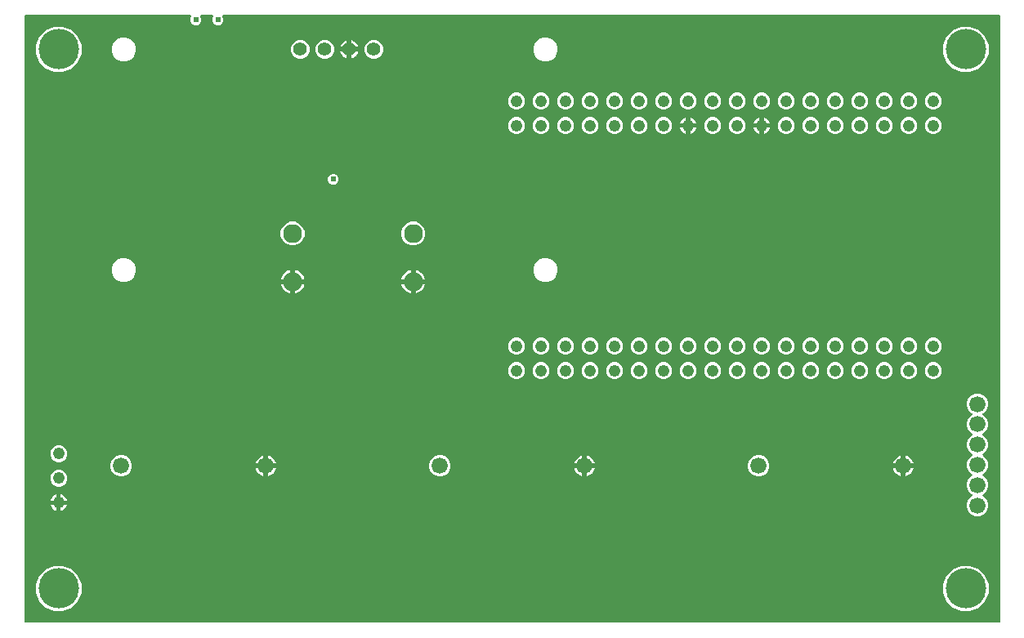
<source format=gbr>
G04 EAGLE Gerber RS-274X export*
G75*
%MOMM*%
%FSLAX34Y34*%
%LPD*%
%INCopper Layer 2*%
%IPPOS*%
%AMOC8*
5,1,8,0,0,1.08239X$1,22.5*%
G01*
%ADD10C,1.244600*%
%ADD11C,1.960000*%
%ADD12C,1.422400*%
%ADD13C,1.680000*%
%ADD14C,4.191000*%
%ADD15C,0.609600*%

G36*
X1012109Y2556D02*
X1012109Y2556D01*
X1012227Y2563D01*
X1012266Y2575D01*
X1012306Y2581D01*
X1012417Y2624D01*
X1012530Y2661D01*
X1012564Y2683D01*
X1012602Y2698D01*
X1012698Y2767D01*
X1012799Y2831D01*
X1012826Y2861D01*
X1012859Y2884D01*
X1012935Y2976D01*
X1013017Y3063D01*
X1013036Y3098D01*
X1013062Y3129D01*
X1013113Y3237D01*
X1013170Y3341D01*
X1013180Y3381D01*
X1013198Y3417D01*
X1013220Y3534D01*
X1013250Y3649D01*
X1013253Y3709D01*
X1013257Y3729D01*
X1013256Y3750D01*
X1013260Y3810D01*
X1013359Y631190D01*
X1013344Y631308D01*
X1013336Y631427D01*
X1013324Y631465D01*
X1013319Y631505D01*
X1013275Y631616D01*
X1013238Y631729D01*
X1013217Y631764D01*
X1013202Y631801D01*
X1013132Y631897D01*
X1013068Y631998D01*
X1013039Y632026D01*
X1013015Y632058D01*
X1012923Y632135D01*
X1012837Y632216D01*
X1012801Y632236D01*
X1012770Y632261D01*
X1012662Y632312D01*
X1012558Y632370D01*
X1012519Y632380D01*
X1012482Y632397D01*
X1012365Y632419D01*
X1012250Y632449D01*
X1012190Y632453D01*
X1012170Y632457D01*
X1012150Y632455D01*
X1012089Y632459D01*
X209045Y632459D01*
X208995Y632453D01*
X208946Y632455D01*
X208838Y632433D01*
X208729Y632419D01*
X208683Y632401D01*
X208634Y632391D01*
X208536Y632343D01*
X208434Y632302D01*
X208394Y632273D01*
X208349Y632251D01*
X208265Y632180D01*
X208176Y632116D01*
X208145Y632077D01*
X208107Y632045D01*
X208044Y631955D01*
X207973Y631871D01*
X207952Y631826D01*
X207924Y631785D01*
X207885Y631682D01*
X207838Y631583D01*
X207829Y631534D01*
X207811Y631488D01*
X207799Y631378D01*
X207778Y631271D01*
X207781Y631221D01*
X207776Y631172D01*
X207791Y631063D01*
X207798Y630953D01*
X207813Y630906D01*
X207820Y630857D01*
X207872Y630704D01*
X208789Y628492D01*
X208789Y626268D01*
X207938Y624214D01*
X206366Y622642D01*
X204312Y621791D01*
X202088Y621791D01*
X200034Y622642D01*
X198462Y624214D01*
X197611Y626268D01*
X197611Y628492D01*
X198528Y630704D01*
X198541Y630752D01*
X198562Y630797D01*
X198583Y630905D01*
X198612Y631011D01*
X198612Y631061D01*
X198622Y631110D01*
X198615Y631219D01*
X198617Y631329D01*
X198605Y631377D01*
X198602Y631427D01*
X198568Y631531D01*
X198543Y631638D01*
X198519Y631682D01*
X198504Y631729D01*
X198445Y631822D01*
X198394Y631919D01*
X198361Y631956D01*
X198334Y631998D01*
X198254Y632073D01*
X198180Y632155D01*
X198138Y632182D01*
X198102Y632216D01*
X198006Y632269D01*
X197914Y632329D01*
X197867Y632346D01*
X197824Y632370D01*
X197717Y632397D01*
X197613Y632433D01*
X197564Y632437D01*
X197516Y632449D01*
X197355Y632459D01*
X186185Y632459D01*
X186135Y632453D01*
X186086Y632455D01*
X185978Y632433D01*
X185869Y632419D01*
X185823Y632401D01*
X185774Y632391D01*
X185676Y632343D01*
X185574Y632302D01*
X185534Y632273D01*
X185489Y632251D01*
X185405Y632180D01*
X185316Y632116D01*
X185285Y632077D01*
X185247Y632045D01*
X185184Y631955D01*
X185113Y631871D01*
X185092Y631826D01*
X185064Y631785D01*
X185025Y631682D01*
X184978Y631583D01*
X184969Y631534D01*
X184951Y631488D01*
X184939Y631378D01*
X184918Y631271D01*
X184921Y631221D01*
X184916Y631172D01*
X184931Y631063D01*
X184938Y630953D01*
X184953Y630906D01*
X184960Y630857D01*
X185012Y630704D01*
X185929Y628492D01*
X185929Y626268D01*
X185078Y624214D01*
X183506Y622642D01*
X181452Y621791D01*
X179228Y621791D01*
X177174Y622642D01*
X175602Y624214D01*
X174751Y626268D01*
X174751Y628492D01*
X175668Y630704D01*
X175681Y630752D01*
X175702Y630797D01*
X175723Y630905D01*
X175752Y631011D01*
X175752Y631061D01*
X175762Y631110D01*
X175755Y631219D01*
X175757Y631329D01*
X175745Y631377D01*
X175742Y631427D01*
X175708Y631531D01*
X175683Y631638D01*
X175659Y631682D01*
X175644Y631729D01*
X175585Y631822D01*
X175534Y631919D01*
X175501Y631956D01*
X175474Y631998D01*
X175394Y632073D01*
X175320Y632155D01*
X175278Y632182D01*
X175242Y632216D01*
X175146Y632269D01*
X175054Y632329D01*
X175007Y632346D01*
X174964Y632370D01*
X174857Y632397D01*
X174753Y632433D01*
X174704Y632437D01*
X174656Y632449D01*
X174495Y632459D01*
X3909Y632459D01*
X3791Y632444D01*
X3673Y632437D01*
X3634Y632425D01*
X3594Y632419D01*
X3483Y632376D01*
X3370Y632339D01*
X3336Y632317D01*
X3298Y632302D01*
X3202Y632233D01*
X3101Y632169D01*
X3074Y632139D01*
X3041Y632116D01*
X2965Y632024D01*
X2883Y631937D01*
X2864Y631902D01*
X2838Y631871D01*
X2787Y631763D01*
X2730Y631659D01*
X2720Y631619D01*
X2702Y631583D01*
X2680Y631466D01*
X2650Y631351D01*
X2647Y631291D01*
X2643Y631271D01*
X2644Y631250D01*
X2640Y631190D01*
X2541Y3810D01*
X2556Y3692D01*
X2564Y3573D01*
X2576Y3535D01*
X2581Y3495D01*
X2625Y3384D01*
X2662Y3271D01*
X2683Y3236D01*
X2698Y3199D01*
X2768Y3103D01*
X2832Y3002D01*
X2861Y2974D01*
X2885Y2942D01*
X2977Y2865D01*
X3063Y2784D01*
X3099Y2764D01*
X3130Y2739D01*
X3238Y2688D01*
X3342Y2630D01*
X3381Y2620D01*
X3418Y2603D01*
X3535Y2581D01*
X3650Y2551D01*
X3710Y2547D01*
X3730Y2543D01*
X3750Y2545D01*
X3811Y2541D01*
X1011991Y2541D01*
X1012109Y2556D01*
G37*
%LPC*%
G36*
X987724Y113359D02*
X987724Y113359D01*
X983703Y115025D01*
X980625Y118103D01*
X978959Y122124D01*
X978959Y126476D01*
X980625Y130497D01*
X983703Y133575D01*
X983829Y133627D01*
X983949Y133696D01*
X984072Y133761D01*
X984087Y133775D01*
X984105Y133785D01*
X984205Y133882D01*
X984308Y133975D01*
X984319Y133992D01*
X984333Y134006D01*
X984406Y134125D01*
X984482Y134241D01*
X984489Y134260D01*
X984500Y134277D01*
X984540Y134410D01*
X984586Y134542D01*
X984587Y134562D01*
X984593Y134581D01*
X984600Y134720D01*
X984611Y134859D01*
X984607Y134879D01*
X984608Y134899D01*
X984580Y135035D01*
X984556Y135172D01*
X984548Y135191D01*
X984544Y135210D01*
X984483Y135335D01*
X984426Y135462D01*
X984413Y135478D01*
X984404Y135496D01*
X984314Y135602D01*
X984227Y135711D01*
X984211Y135723D01*
X984198Y135738D01*
X984084Y135818D01*
X983973Y135902D01*
X983948Y135914D01*
X983938Y135921D01*
X983919Y135928D01*
X983829Y135973D01*
X983703Y136025D01*
X980625Y139103D01*
X978959Y143124D01*
X978959Y147476D01*
X980625Y151497D01*
X983703Y154575D01*
X983829Y154627D01*
X983949Y154696D01*
X984072Y154761D01*
X984087Y154775D01*
X984105Y154785D01*
X984205Y154882D01*
X984308Y154975D01*
X984319Y154992D01*
X984333Y155006D01*
X984406Y155125D01*
X984482Y155241D01*
X984489Y155260D01*
X984500Y155277D01*
X984540Y155410D01*
X984586Y155542D01*
X984587Y155562D01*
X984593Y155581D01*
X984600Y155720D01*
X984611Y155859D01*
X984607Y155879D01*
X984608Y155899D01*
X984580Y156035D01*
X984556Y156172D01*
X984548Y156191D01*
X984544Y156210D01*
X984483Y156335D01*
X984426Y156462D01*
X984413Y156478D01*
X984404Y156496D01*
X984314Y156602D01*
X984227Y156711D01*
X984211Y156723D01*
X984198Y156738D01*
X984084Y156818D01*
X983973Y156902D01*
X983948Y156914D01*
X983938Y156921D01*
X983919Y156928D01*
X983829Y156973D01*
X983703Y157025D01*
X980625Y160103D01*
X978959Y164124D01*
X978959Y168476D01*
X980625Y172497D01*
X983703Y175575D01*
X983829Y175627D01*
X983949Y175696D01*
X984072Y175761D01*
X984087Y175775D01*
X984105Y175785D01*
X984205Y175882D01*
X984308Y175975D01*
X984319Y175992D01*
X984333Y176006D01*
X984406Y176125D01*
X984482Y176241D01*
X984489Y176260D01*
X984500Y176277D01*
X984540Y176410D01*
X984586Y176542D01*
X984587Y176562D01*
X984593Y176581D01*
X984600Y176720D01*
X984611Y176859D01*
X984607Y176879D01*
X984608Y176899D01*
X984580Y177035D01*
X984556Y177172D01*
X984548Y177191D01*
X984544Y177210D01*
X984483Y177335D01*
X984426Y177462D01*
X984413Y177478D01*
X984404Y177496D01*
X984314Y177602D01*
X984227Y177711D01*
X984211Y177723D01*
X984198Y177738D01*
X984084Y177818D01*
X983973Y177902D01*
X983948Y177914D01*
X983938Y177921D01*
X983919Y177928D01*
X983829Y177973D01*
X983703Y178025D01*
X980625Y181103D01*
X978959Y185124D01*
X978959Y189476D01*
X980625Y193497D01*
X983703Y196575D01*
X983829Y196627D01*
X983949Y196696D01*
X984072Y196761D01*
X984087Y196775D01*
X984105Y196785D01*
X984205Y196882D01*
X984308Y196975D01*
X984319Y196992D01*
X984333Y197006D01*
X984406Y197125D01*
X984482Y197241D01*
X984489Y197260D01*
X984500Y197277D01*
X984540Y197410D01*
X984586Y197542D01*
X984587Y197562D01*
X984593Y197581D01*
X984600Y197720D01*
X984611Y197859D01*
X984607Y197879D01*
X984608Y197899D01*
X984580Y198035D01*
X984556Y198172D01*
X984548Y198191D01*
X984544Y198210D01*
X984483Y198335D01*
X984426Y198462D01*
X984413Y198478D01*
X984404Y198496D01*
X984314Y198602D01*
X984227Y198711D01*
X984211Y198723D01*
X984198Y198738D01*
X984084Y198818D01*
X983973Y198902D01*
X983948Y198914D01*
X983938Y198921D01*
X983919Y198928D01*
X983829Y198973D01*
X983703Y199025D01*
X980625Y202103D01*
X978959Y206124D01*
X978959Y210476D01*
X980625Y214497D01*
X983703Y217575D01*
X983829Y217627D01*
X983949Y217696D01*
X984072Y217761D01*
X984087Y217775D01*
X984105Y217785D01*
X984205Y217882D01*
X984308Y217975D01*
X984319Y217992D01*
X984333Y218006D01*
X984406Y218125D01*
X984482Y218241D01*
X984489Y218260D01*
X984500Y218277D01*
X984540Y218410D01*
X984586Y218542D01*
X984587Y218562D01*
X984593Y218581D01*
X984600Y218720D01*
X984611Y218859D01*
X984607Y218879D01*
X984608Y218899D01*
X984580Y219035D01*
X984556Y219172D01*
X984548Y219191D01*
X984544Y219210D01*
X984483Y219335D01*
X984426Y219462D01*
X984413Y219478D01*
X984404Y219496D01*
X984314Y219602D01*
X984227Y219711D01*
X984211Y219723D01*
X984198Y219738D01*
X984084Y219818D01*
X983973Y219902D01*
X983948Y219914D01*
X983938Y219921D01*
X983919Y219928D01*
X983829Y219973D01*
X983703Y220025D01*
X980625Y223103D01*
X978959Y227124D01*
X978959Y231476D01*
X980625Y235497D01*
X983703Y238575D01*
X987724Y240241D01*
X992076Y240241D01*
X996097Y238575D01*
X999175Y235497D01*
X1000841Y231476D01*
X1000841Y227124D01*
X999175Y223103D01*
X996097Y220025D01*
X995971Y219973D01*
X995851Y219904D01*
X995728Y219839D01*
X995713Y219825D01*
X995695Y219815D01*
X995595Y219718D01*
X995492Y219625D01*
X995481Y219608D01*
X995467Y219594D01*
X995394Y219475D01*
X995318Y219359D01*
X995311Y219340D01*
X995300Y219323D01*
X995259Y219190D01*
X995214Y219058D01*
X995213Y219038D01*
X995207Y219019D01*
X995200Y218880D01*
X995189Y218741D01*
X995193Y218721D01*
X995192Y218701D01*
X995220Y218565D01*
X995244Y218428D01*
X995252Y218409D01*
X995256Y218390D01*
X995317Y218265D01*
X995374Y218138D01*
X995387Y218122D01*
X995396Y218104D01*
X995486Y217998D01*
X995573Y217890D01*
X995589Y217877D01*
X995602Y217862D01*
X995716Y217782D01*
X995827Y217698D01*
X995852Y217686D01*
X995862Y217679D01*
X995881Y217672D01*
X995971Y217627D01*
X996097Y217575D01*
X999175Y214497D01*
X1000841Y210476D01*
X1000841Y206124D01*
X999175Y202103D01*
X996097Y199025D01*
X995971Y198973D01*
X995851Y198904D01*
X995728Y198839D01*
X995713Y198825D01*
X995695Y198815D01*
X995595Y198718D01*
X995492Y198625D01*
X995481Y198608D01*
X995467Y198594D01*
X995394Y198475D01*
X995318Y198359D01*
X995311Y198340D01*
X995300Y198323D01*
X995259Y198190D01*
X995214Y198058D01*
X995213Y198038D01*
X995207Y198019D01*
X995200Y197880D01*
X995189Y197741D01*
X995193Y197721D01*
X995192Y197701D01*
X995220Y197565D01*
X995244Y197428D01*
X995252Y197409D01*
X995256Y197390D01*
X995317Y197265D01*
X995374Y197138D01*
X995387Y197122D01*
X995396Y197104D01*
X995486Y196998D01*
X995573Y196890D01*
X995589Y196877D01*
X995602Y196862D01*
X995716Y196782D01*
X995827Y196698D01*
X995852Y196686D01*
X995862Y196679D01*
X995881Y196672D01*
X995971Y196627D01*
X996097Y196575D01*
X999175Y193497D01*
X1000841Y189476D01*
X1000841Y185124D01*
X999175Y181103D01*
X996097Y178025D01*
X995971Y177973D01*
X995851Y177904D01*
X995728Y177839D01*
X995713Y177825D01*
X995695Y177815D01*
X995595Y177718D01*
X995492Y177625D01*
X995481Y177608D01*
X995467Y177594D01*
X995394Y177475D01*
X995318Y177359D01*
X995311Y177340D01*
X995300Y177323D01*
X995259Y177190D01*
X995214Y177058D01*
X995213Y177038D01*
X995207Y177019D01*
X995200Y176880D01*
X995189Y176741D01*
X995193Y176721D01*
X995192Y176701D01*
X995220Y176565D01*
X995244Y176428D01*
X995252Y176409D01*
X995256Y176390D01*
X995317Y176264D01*
X995374Y176138D01*
X995387Y176122D01*
X995396Y176104D01*
X995486Y175998D01*
X995573Y175890D01*
X995589Y175877D01*
X995602Y175862D01*
X995716Y175782D01*
X995827Y175698D01*
X995852Y175686D01*
X995862Y175679D01*
X995881Y175672D01*
X995971Y175627D01*
X996097Y175575D01*
X999175Y172497D01*
X1000841Y168476D01*
X1000841Y164124D01*
X999175Y160103D01*
X996097Y157025D01*
X995971Y156973D01*
X995851Y156904D01*
X995728Y156839D01*
X995713Y156825D01*
X995695Y156815D01*
X995595Y156718D01*
X995492Y156625D01*
X995481Y156608D01*
X995467Y156594D01*
X995394Y156475D01*
X995318Y156359D01*
X995311Y156340D01*
X995300Y156323D01*
X995259Y156190D01*
X995214Y156058D01*
X995213Y156038D01*
X995207Y156019D01*
X995200Y155880D01*
X995189Y155741D01*
X995193Y155721D01*
X995192Y155701D01*
X995220Y155565D01*
X995244Y155428D01*
X995252Y155409D01*
X995256Y155390D01*
X995317Y155265D01*
X995374Y155138D01*
X995387Y155122D01*
X995396Y155104D01*
X995486Y154998D01*
X995573Y154890D01*
X995589Y154877D01*
X995602Y154862D01*
X995716Y154782D01*
X995827Y154698D01*
X995852Y154686D01*
X995862Y154679D01*
X995881Y154672D01*
X995971Y154627D01*
X996097Y154575D01*
X999175Y151497D01*
X1000841Y147476D01*
X1000841Y143124D01*
X999175Y139103D01*
X996097Y136025D01*
X995971Y135973D01*
X995851Y135904D01*
X995728Y135839D01*
X995713Y135825D01*
X995695Y135815D01*
X995595Y135718D01*
X995492Y135625D01*
X995481Y135608D01*
X995467Y135594D01*
X995394Y135475D01*
X995318Y135359D01*
X995311Y135340D01*
X995300Y135323D01*
X995259Y135190D01*
X995214Y135058D01*
X995213Y135038D01*
X995207Y135019D01*
X995200Y134880D01*
X995189Y134741D01*
X995193Y134721D01*
X995192Y134701D01*
X995220Y134565D01*
X995244Y134428D01*
X995252Y134409D01*
X995256Y134390D01*
X995317Y134265D01*
X995374Y134138D01*
X995387Y134122D01*
X995396Y134104D01*
X995486Y133998D01*
X995573Y133890D01*
X995589Y133877D01*
X995602Y133862D01*
X995716Y133782D01*
X995827Y133698D01*
X995852Y133686D01*
X995862Y133679D01*
X995881Y133672D01*
X995971Y133627D01*
X996097Y133575D01*
X999175Y130497D01*
X1000841Y126476D01*
X1000841Y122124D01*
X999175Y118103D01*
X996097Y115025D01*
X992076Y113359D01*
X987724Y113359D01*
G37*
%LPD*%
%LPC*%
G36*
X973226Y573404D02*
X973226Y573404D01*
X964591Y576981D01*
X957981Y583591D01*
X954404Y592226D01*
X954404Y601574D01*
X957981Y610209D01*
X964591Y616819D01*
X973226Y620396D01*
X982574Y620396D01*
X991209Y616819D01*
X997819Y610209D01*
X1001396Y601574D01*
X1001396Y592226D01*
X997819Y583591D01*
X991209Y576981D01*
X982574Y573404D01*
X973226Y573404D01*
G37*
%LPD*%
%LPC*%
G36*
X33426Y573404D02*
X33426Y573404D01*
X24791Y576981D01*
X18181Y583591D01*
X14604Y592226D01*
X14604Y601574D01*
X18181Y610209D01*
X24791Y616819D01*
X33426Y620396D01*
X42774Y620396D01*
X51409Y616819D01*
X58019Y610209D01*
X61596Y601574D01*
X61596Y592226D01*
X58019Y583591D01*
X51409Y576981D01*
X42774Y573404D01*
X33426Y573404D01*
G37*
%LPD*%
%LPC*%
G36*
X973226Y14604D02*
X973226Y14604D01*
X964591Y18181D01*
X957981Y24791D01*
X954404Y33426D01*
X954404Y42774D01*
X957981Y51409D01*
X964591Y58019D01*
X973226Y61596D01*
X982574Y61596D01*
X991209Y58019D01*
X997819Y51409D01*
X1001396Y42774D01*
X1001396Y33426D01*
X997819Y24791D01*
X991209Y18181D01*
X982574Y14604D01*
X973226Y14604D01*
G37*
%LPD*%
%LPC*%
G36*
X33426Y14604D02*
X33426Y14604D01*
X24791Y18181D01*
X18181Y24791D01*
X14604Y33426D01*
X14604Y42774D01*
X18181Y51409D01*
X24791Y58019D01*
X33426Y61596D01*
X42774Y61596D01*
X51409Y58019D01*
X58019Y51409D01*
X61596Y42774D01*
X61596Y33426D01*
X58019Y24791D01*
X51409Y18181D01*
X42774Y14604D01*
X33426Y14604D01*
G37*
%LPD*%
%LPC*%
G36*
X539795Y584359D02*
X539795Y584359D01*
X535186Y586268D01*
X531658Y589796D01*
X529749Y594405D01*
X529749Y599395D01*
X531658Y604004D01*
X535186Y607532D01*
X539795Y609441D01*
X544785Y609441D01*
X549394Y607532D01*
X552922Y604004D01*
X554831Y599395D01*
X554831Y594405D01*
X552922Y589796D01*
X549394Y586268D01*
X544785Y584359D01*
X539795Y584359D01*
G37*
%LPD*%
%LPC*%
G36*
X102915Y584359D02*
X102915Y584359D01*
X98306Y586268D01*
X94778Y589796D01*
X92869Y594405D01*
X92869Y599395D01*
X94778Y604004D01*
X98306Y607532D01*
X102915Y609441D01*
X107905Y609441D01*
X112514Y607532D01*
X116042Y604004D01*
X117951Y599395D01*
X117951Y594405D01*
X116042Y589796D01*
X112514Y586268D01*
X107905Y584359D01*
X102915Y584359D01*
G37*
%LPD*%
%LPC*%
G36*
X539795Y355759D02*
X539795Y355759D01*
X535186Y357668D01*
X531658Y361196D01*
X529749Y365805D01*
X529749Y370795D01*
X531658Y375404D01*
X535186Y378932D01*
X539795Y380841D01*
X544785Y380841D01*
X549394Y378932D01*
X552922Y375404D01*
X554831Y370795D01*
X554831Y365805D01*
X552922Y361196D01*
X549394Y357668D01*
X544785Y355759D01*
X539795Y355759D01*
G37*
%LPD*%
%LPC*%
G36*
X102915Y355759D02*
X102915Y355759D01*
X98306Y357668D01*
X94778Y361196D01*
X92869Y365805D01*
X92869Y370795D01*
X94778Y375404D01*
X98306Y378932D01*
X102915Y380841D01*
X107905Y380841D01*
X112514Y378932D01*
X116042Y375404D01*
X117951Y370795D01*
X117951Y365805D01*
X116042Y361196D01*
X112514Y357668D01*
X107905Y355759D01*
X102915Y355759D01*
G37*
%LPD*%
%LPC*%
G36*
X402945Y393659D02*
X402945Y393659D01*
X398410Y395538D01*
X394938Y399010D01*
X393059Y403545D01*
X393059Y408455D01*
X394938Y412990D01*
X398410Y416462D01*
X402945Y418341D01*
X407855Y418341D01*
X412390Y416462D01*
X415862Y412990D01*
X417741Y408455D01*
X417741Y403545D01*
X415862Y399010D01*
X412390Y395538D01*
X407855Y393659D01*
X402945Y393659D01*
G37*
%LPD*%
%LPC*%
G36*
X277945Y393659D02*
X277945Y393659D01*
X273410Y395538D01*
X269938Y399010D01*
X268059Y403545D01*
X268059Y408455D01*
X269938Y412990D01*
X273410Y416462D01*
X277945Y418341D01*
X282855Y418341D01*
X287390Y416462D01*
X290862Y412990D01*
X292741Y408455D01*
X292741Y403545D01*
X290862Y399010D01*
X287390Y395538D01*
X282855Y393659D01*
X277945Y393659D01*
G37*
%LPD*%
%LPC*%
G36*
X100624Y154159D02*
X100624Y154159D01*
X96603Y155825D01*
X93525Y158903D01*
X91859Y162924D01*
X91859Y167276D01*
X93525Y171297D01*
X96603Y174375D01*
X100624Y176041D01*
X104976Y176041D01*
X108997Y174375D01*
X112075Y171297D01*
X113741Y167276D01*
X113741Y162924D01*
X112075Y158903D01*
X108997Y155825D01*
X104976Y154159D01*
X100624Y154159D01*
G37*
%LPD*%
%LPC*%
G36*
X430824Y154159D02*
X430824Y154159D01*
X426803Y155825D01*
X423725Y158903D01*
X422059Y162924D01*
X422059Y167276D01*
X423725Y171297D01*
X426803Y174375D01*
X430824Y176041D01*
X435176Y176041D01*
X439197Y174375D01*
X442275Y171297D01*
X443941Y167276D01*
X443941Y162924D01*
X442275Y158903D01*
X439197Y155825D01*
X435176Y154159D01*
X430824Y154159D01*
G37*
%LPD*%
%LPC*%
G36*
X761024Y154159D02*
X761024Y154159D01*
X757003Y155825D01*
X753925Y158903D01*
X752259Y162924D01*
X752259Y167276D01*
X753925Y171297D01*
X757003Y174375D01*
X761024Y176041D01*
X765376Y176041D01*
X769397Y174375D01*
X772475Y171297D01*
X774141Y167276D01*
X774141Y162924D01*
X772475Y158903D01*
X769397Y155825D01*
X765376Y154159D01*
X761024Y154159D01*
G37*
%LPD*%
%LPC*%
G36*
X362570Y587247D02*
X362570Y587247D01*
X359022Y588717D01*
X356307Y591432D01*
X354837Y594980D01*
X354837Y598820D01*
X356307Y602368D01*
X359022Y605083D01*
X362570Y606553D01*
X366410Y606553D01*
X369958Y605083D01*
X372673Y602368D01*
X374143Y598820D01*
X374143Y594980D01*
X372673Y591432D01*
X369958Y588717D01*
X366410Y587247D01*
X362570Y587247D01*
G37*
%LPD*%
%LPC*%
G36*
X311770Y587247D02*
X311770Y587247D01*
X308222Y588717D01*
X305507Y591432D01*
X304037Y594980D01*
X304037Y598820D01*
X305507Y602368D01*
X308222Y605083D01*
X311770Y606553D01*
X315610Y606553D01*
X319158Y605083D01*
X321873Y602368D01*
X323343Y598820D01*
X323343Y594980D01*
X321873Y591432D01*
X319158Y588717D01*
X315610Y587247D01*
X311770Y587247D01*
G37*
%LPD*%
%LPC*%
G36*
X286370Y587247D02*
X286370Y587247D01*
X282822Y588717D01*
X280107Y591432D01*
X278637Y594980D01*
X278637Y598820D01*
X280107Y602368D01*
X282822Y605083D01*
X286370Y606553D01*
X290210Y606553D01*
X293758Y605083D01*
X296473Y602368D01*
X297943Y598820D01*
X297943Y594980D01*
X296473Y591432D01*
X293758Y588717D01*
X290210Y587247D01*
X286370Y587247D01*
G37*
%LPD*%
%LPC*%
G36*
X840857Y255136D02*
X840857Y255136D01*
X837636Y256470D01*
X835170Y258936D01*
X833836Y262157D01*
X833836Y265643D01*
X835170Y268864D01*
X837636Y271330D01*
X840857Y272664D01*
X844343Y272664D01*
X847564Y271330D01*
X850030Y268864D01*
X851364Y265643D01*
X851364Y262157D01*
X850030Y258936D01*
X847564Y256470D01*
X844343Y255136D01*
X840857Y255136D01*
G37*
%LPD*%
%LPC*%
G36*
X815457Y255136D02*
X815457Y255136D01*
X812236Y256470D01*
X809770Y258936D01*
X808436Y262157D01*
X808436Y265643D01*
X809770Y268864D01*
X812236Y271330D01*
X815457Y272664D01*
X818943Y272664D01*
X822164Y271330D01*
X824630Y268864D01*
X825964Y265643D01*
X825964Y262157D01*
X824630Y258936D01*
X822164Y256470D01*
X818943Y255136D01*
X815457Y255136D01*
G37*
%LPD*%
%LPC*%
G36*
X790057Y255136D02*
X790057Y255136D01*
X786836Y256470D01*
X784370Y258936D01*
X783036Y262157D01*
X783036Y265643D01*
X784370Y268864D01*
X786836Y271330D01*
X790057Y272664D01*
X793543Y272664D01*
X796764Y271330D01*
X799230Y268864D01*
X800564Y265643D01*
X800564Y262157D01*
X799230Y258936D01*
X796764Y256470D01*
X793543Y255136D01*
X790057Y255136D01*
G37*
%LPD*%
%LPC*%
G36*
X764657Y255136D02*
X764657Y255136D01*
X761436Y256470D01*
X758970Y258936D01*
X757636Y262157D01*
X757636Y265643D01*
X758970Y268864D01*
X761436Y271330D01*
X764657Y272664D01*
X768143Y272664D01*
X771364Y271330D01*
X773830Y268864D01*
X775164Y265643D01*
X775164Y262157D01*
X773830Y258936D01*
X771364Y256470D01*
X768143Y255136D01*
X764657Y255136D01*
G37*
%LPD*%
%LPC*%
G36*
X739257Y255136D02*
X739257Y255136D01*
X736036Y256470D01*
X733570Y258936D01*
X732236Y262157D01*
X732236Y265643D01*
X733570Y268864D01*
X736036Y271330D01*
X739257Y272664D01*
X742743Y272664D01*
X745964Y271330D01*
X748430Y268864D01*
X749764Y265643D01*
X749764Y262157D01*
X748430Y258936D01*
X745964Y256470D01*
X742743Y255136D01*
X739257Y255136D01*
G37*
%LPD*%
%LPC*%
G36*
X536057Y534536D02*
X536057Y534536D01*
X532836Y535870D01*
X530370Y538336D01*
X529036Y541557D01*
X529036Y545043D01*
X530370Y548264D01*
X532836Y550730D01*
X536057Y552064D01*
X539543Y552064D01*
X542764Y550730D01*
X545230Y548264D01*
X546564Y545043D01*
X546564Y541557D01*
X545230Y538336D01*
X542764Y535870D01*
X539543Y534536D01*
X536057Y534536D01*
G37*
%LPD*%
%LPC*%
G36*
X510657Y534536D02*
X510657Y534536D01*
X507436Y535870D01*
X504970Y538336D01*
X503636Y541557D01*
X503636Y545043D01*
X504970Y548264D01*
X507436Y550730D01*
X510657Y552064D01*
X514143Y552064D01*
X517364Y550730D01*
X519830Y548264D01*
X521164Y545043D01*
X521164Y541557D01*
X519830Y538336D01*
X517364Y535870D01*
X514143Y534536D01*
X510657Y534536D01*
G37*
%LPD*%
%LPC*%
G36*
X942457Y534536D02*
X942457Y534536D01*
X939236Y535870D01*
X936770Y538336D01*
X935436Y541557D01*
X935436Y545043D01*
X936770Y548264D01*
X939236Y550730D01*
X942457Y552064D01*
X945943Y552064D01*
X949164Y550730D01*
X951630Y548264D01*
X952964Y545043D01*
X952964Y541557D01*
X951630Y538336D01*
X949164Y535870D01*
X945943Y534536D01*
X942457Y534536D01*
G37*
%LPD*%
%LPC*%
G36*
X917057Y534536D02*
X917057Y534536D01*
X913836Y535870D01*
X911370Y538336D01*
X910036Y541557D01*
X910036Y545043D01*
X911370Y548264D01*
X913836Y550730D01*
X917057Y552064D01*
X920543Y552064D01*
X923764Y550730D01*
X926230Y548264D01*
X927564Y545043D01*
X927564Y541557D01*
X926230Y538336D01*
X923764Y535870D01*
X920543Y534536D01*
X917057Y534536D01*
G37*
%LPD*%
%LPC*%
G36*
X891657Y534536D02*
X891657Y534536D01*
X888436Y535870D01*
X885970Y538336D01*
X884636Y541557D01*
X884636Y545043D01*
X885970Y548264D01*
X888436Y550730D01*
X891657Y552064D01*
X895143Y552064D01*
X898364Y550730D01*
X900830Y548264D01*
X902164Y545043D01*
X902164Y541557D01*
X900830Y538336D01*
X898364Y535870D01*
X895143Y534536D01*
X891657Y534536D01*
G37*
%LPD*%
%LPC*%
G36*
X866257Y534536D02*
X866257Y534536D01*
X863036Y535870D01*
X860570Y538336D01*
X859236Y541557D01*
X859236Y545043D01*
X860570Y548264D01*
X863036Y550730D01*
X866257Y552064D01*
X869743Y552064D01*
X872964Y550730D01*
X875430Y548264D01*
X876764Y545043D01*
X876764Y541557D01*
X875430Y538336D01*
X872964Y535870D01*
X869743Y534536D01*
X866257Y534536D01*
G37*
%LPD*%
%LPC*%
G36*
X840857Y534536D02*
X840857Y534536D01*
X837636Y535870D01*
X835170Y538336D01*
X833836Y541557D01*
X833836Y545043D01*
X835170Y548264D01*
X837636Y550730D01*
X840857Y552064D01*
X844343Y552064D01*
X847564Y550730D01*
X850030Y548264D01*
X851364Y545043D01*
X851364Y541557D01*
X850030Y538336D01*
X847564Y535870D01*
X844343Y534536D01*
X840857Y534536D01*
G37*
%LPD*%
%LPC*%
G36*
X815457Y534536D02*
X815457Y534536D01*
X812236Y535870D01*
X809770Y538336D01*
X808436Y541557D01*
X808436Y545043D01*
X809770Y548264D01*
X812236Y550730D01*
X815457Y552064D01*
X818943Y552064D01*
X822164Y550730D01*
X824630Y548264D01*
X825964Y545043D01*
X825964Y541557D01*
X824630Y538336D01*
X822164Y535870D01*
X818943Y534536D01*
X815457Y534536D01*
G37*
%LPD*%
%LPC*%
G36*
X790057Y534536D02*
X790057Y534536D01*
X786836Y535870D01*
X784370Y538336D01*
X783036Y541557D01*
X783036Y545043D01*
X784370Y548264D01*
X786836Y550730D01*
X790057Y552064D01*
X793543Y552064D01*
X796764Y550730D01*
X799230Y548264D01*
X800564Y545043D01*
X800564Y541557D01*
X799230Y538336D01*
X796764Y535870D01*
X793543Y534536D01*
X790057Y534536D01*
G37*
%LPD*%
%LPC*%
G36*
X764657Y534536D02*
X764657Y534536D01*
X761436Y535870D01*
X758970Y538336D01*
X757636Y541557D01*
X757636Y545043D01*
X758970Y548264D01*
X761436Y550730D01*
X764657Y552064D01*
X768143Y552064D01*
X771364Y550730D01*
X773830Y548264D01*
X775164Y545043D01*
X775164Y541557D01*
X773830Y538336D01*
X771364Y535870D01*
X768143Y534536D01*
X764657Y534536D01*
G37*
%LPD*%
%LPC*%
G36*
X739257Y534536D02*
X739257Y534536D01*
X736036Y535870D01*
X733570Y538336D01*
X732236Y541557D01*
X732236Y545043D01*
X733570Y548264D01*
X736036Y550730D01*
X739257Y552064D01*
X742743Y552064D01*
X745964Y550730D01*
X748430Y548264D01*
X749764Y545043D01*
X749764Y541557D01*
X748430Y538336D01*
X745964Y535870D01*
X742743Y534536D01*
X739257Y534536D01*
G37*
%LPD*%
%LPC*%
G36*
X713857Y534536D02*
X713857Y534536D01*
X710636Y535870D01*
X708170Y538336D01*
X706836Y541557D01*
X706836Y545043D01*
X708170Y548264D01*
X710636Y550730D01*
X713857Y552064D01*
X717343Y552064D01*
X720564Y550730D01*
X723030Y548264D01*
X724364Y545043D01*
X724364Y541557D01*
X723030Y538336D01*
X720564Y535870D01*
X717343Y534536D01*
X713857Y534536D01*
G37*
%LPD*%
%LPC*%
G36*
X688457Y534536D02*
X688457Y534536D01*
X685236Y535870D01*
X682770Y538336D01*
X681436Y541557D01*
X681436Y545043D01*
X682770Y548264D01*
X685236Y550730D01*
X688457Y552064D01*
X691943Y552064D01*
X695164Y550730D01*
X697630Y548264D01*
X698964Y545043D01*
X698964Y541557D01*
X697630Y538336D01*
X695164Y535870D01*
X691943Y534536D01*
X688457Y534536D01*
G37*
%LPD*%
%LPC*%
G36*
X663057Y534536D02*
X663057Y534536D01*
X659836Y535870D01*
X657370Y538336D01*
X656036Y541557D01*
X656036Y545043D01*
X657370Y548264D01*
X659836Y550730D01*
X663057Y552064D01*
X666543Y552064D01*
X669764Y550730D01*
X672230Y548264D01*
X673564Y545043D01*
X673564Y541557D01*
X672230Y538336D01*
X669764Y535870D01*
X666543Y534536D01*
X663057Y534536D01*
G37*
%LPD*%
%LPC*%
G36*
X637657Y534536D02*
X637657Y534536D01*
X634436Y535870D01*
X631970Y538336D01*
X630636Y541557D01*
X630636Y545043D01*
X631970Y548264D01*
X634436Y550730D01*
X637657Y552064D01*
X641143Y552064D01*
X644364Y550730D01*
X646830Y548264D01*
X648164Y545043D01*
X648164Y541557D01*
X646830Y538336D01*
X644364Y535870D01*
X641143Y534536D01*
X637657Y534536D01*
G37*
%LPD*%
%LPC*%
G36*
X612257Y534536D02*
X612257Y534536D01*
X609036Y535870D01*
X606570Y538336D01*
X605236Y541557D01*
X605236Y545043D01*
X606570Y548264D01*
X609036Y550730D01*
X612257Y552064D01*
X615743Y552064D01*
X618964Y550730D01*
X621430Y548264D01*
X622764Y545043D01*
X622764Y541557D01*
X621430Y538336D01*
X618964Y535870D01*
X615743Y534536D01*
X612257Y534536D01*
G37*
%LPD*%
%LPC*%
G36*
X586857Y534536D02*
X586857Y534536D01*
X583636Y535870D01*
X581170Y538336D01*
X579836Y541557D01*
X579836Y545043D01*
X581170Y548264D01*
X583636Y550730D01*
X586857Y552064D01*
X590343Y552064D01*
X593564Y550730D01*
X596030Y548264D01*
X597364Y545043D01*
X597364Y541557D01*
X596030Y538336D01*
X593564Y535870D01*
X590343Y534536D01*
X586857Y534536D01*
G37*
%LPD*%
%LPC*%
G36*
X561457Y534536D02*
X561457Y534536D01*
X558236Y535870D01*
X555770Y538336D01*
X554436Y541557D01*
X554436Y545043D01*
X555770Y548264D01*
X558236Y550730D01*
X561457Y552064D01*
X564943Y552064D01*
X568164Y550730D01*
X570630Y548264D01*
X571964Y545043D01*
X571964Y541557D01*
X570630Y538336D01*
X568164Y535870D01*
X564943Y534536D01*
X561457Y534536D01*
G37*
%LPD*%
%LPC*%
G36*
X942457Y509136D02*
X942457Y509136D01*
X939236Y510470D01*
X936770Y512936D01*
X935436Y516157D01*
X935436Y519643D01*
X936770Y522864D01*
X939236Y525330D01*
X942457Y526664D01*
X945943Y526664D01*
X949164Y525330D01*
X951630Y522864D01*
X952964Y519643D01*
X952964Y516157D01*
X951630Y512936D01*
X949164Y510470D01*
X945943Y509136D01*
X942457Y509136D01*
G37*
%LPD*%
%LPC*%
G36*
X917057Y509136D02*
X917057Y509136D01*
X913836Y510470D01*
X911370Y512936D01*
X910036Y516157D01*
X910036Y519643D01*
X911370Y522864D01*
X913836Y525330D01*
X917057Y526664D01*
X920543Y526664D01*
X923764Y525330D01*
X926230Y522864D01*
X927564Y519643D01*
X927564Y516157D01*
X926230Y512936D01*
X923764Y510470D01*
X920543Y509136D01*
X917057Y509136D01*
G37*
%LPD*%
%LPC*%
G36*
X891657Y509136D02*
X891657Y509136D01*
X888436Y510470D01*
X885970Y512936D01*
X884636Y516157D01*
X884636Y519643D01*
X885970Y522864D01*
X888436Y525330D01*
X891657Y526664D01*
X895143Y526664D01*
X898364Y525330D01*
X900830Y522864D01*
X902164Y519643D01*
X902164Y516157D01*
X900830Y512936D01*
X898364Y510470D01*
X895143Y509136D01*
X891657Y509136D01*
G37*
%LPD*%
%LPC*%
G36*
X866257Y509136D02*
X866257Y509136D01*
X863036Y510470D01*
X860570Y512936D01*
X859236Y516157D01*
X859236Y519643D01*
X860570Y522864D01*
X863036Y525330D01*
X866257Y526664D01*
X869743Y526664D01*
X872964Y525330D01*
X875430Y522864D01*
X876764Y519643D01*
X876764Y516157D01*
X875430Y512936D01*
X872964Y510470D01*
X869743Y509136D01*
X866257Y509136D01*
G37*
%LPD*%
%LPC*%
G36*
X840857Y509136D02*
X840857Y509136D01*
X837636Y510470D01*
X835170Y512936D01*
X833836Y516157D01*
X833836Y519643D01*
X835170Y522864D01*
X837636Y525330D01*
X840857Y526664D01*
X844343Y526664D01*
X847564Y525330D01*
X850030Y522864D01*
X851364Y519643D01*
X851364Y516157D01*
X850030Y512936D01*
X847564Y510470D01*
X844343Y509136D01*
X840857Y509136D01*
G37*
%LPD*%
%LPC*%
G36*
X815457Y509136D02*
X815457Y509136D01*
X812236Y510470D01*
X809770Y512936D01*
X808436Y516157D01*
X808436Y519643D01*
X809770Y522864D01*
X812236Y525330D01*
X815457Y526664D01*
X818943Y526664D01*
X822164Y525330D01*
X824630Y522864D01*
X825964Y519643D01*
X825964Y516157D01*
X824630Y512936D01*
X822164Y510470D01*
X818943Y509136D01*
X815457Y509136D01*
G37*
%LPD*%
%LPC*%
G36*
X790057Y509136D02*
X790057Y509136D01*
X786836Y510470D01*
X784370Y512936D01*
X783036Y516157D01*
X783036Y519643D01*
X784370Y522864D01*
X786836Y525330D01*
X790057Y526664D01*
X793543Y526664D01*
X796764Y525330D01*
X799230Y522864D01*
X800564Y519643D01*
X800564Y516157D01*
X799230Y512936D01*
X796764Y510470D01*
X793543Y509136D01*
X790057Y509136D01*
G37*
%LPD*%
%LPC*%
G36*
X739257Y509136D02*
X739257Y509136D01*
X736036Y510470D01*
X733570Y512936D01*
X732236Y516157D01*
X732236Y519643D01*
X733570Y522864D01*
X736036Y525330D01*
X739257Y526664D01*
X742743Y526664D01*
X745964Y525330D01*
X748430Y522864D01*
X749764Y519643D01*
X749764Y516157D01*
X748430Y512936D01*
X745964Y510470D01*
X742743Y509136D01*
X739257Y509136D01*
G37*
%LPD*%
%LPC*%
G36*
X713857Y509136D02*
X713857Y509136D01*
X710636Y510470D01*
X708170Y512936D01*
X706836Y516157D01*
X706836Y519643D01*
X708170Y522864D01*
X710636Y525330D01*
X713857Y526664D01*
X717343Y526664D01*
X720564Y525330D01*
X723030Y522864D01*
X724364Y519643D01*
X724364Y516157D01*
X723030Y512936D01*
X720564Y510470D01*
X717343Y509136D01*
X713857Y509136D01*
G37*
%LPD*%
%LPC*%
G36*
X663057Y509136D02*
X663057Y509136D01*
X659836Y510470D01*
X657370Y512936D01*
X656036Y516157D01*
X656036Y519643D01*
X657370Y522864D01*
X659836Y525330D01*
X663057Y526664D01*
X666543Y526664D01*
X669764Y525330D01*
X672230Y522864D01*
X673564Y519643D01*
X673564Y516157D01*
X672230Y512936D01*
X669764Y510470D01*
X666543Y509136D01*
X663057Y509136D01*
G37*
%LPD*%
%LPC*%
G36*
X637657Y509136D02*
X637657Y509136D01*
X634436Y510470D01*
X631970Y512936D01*
X630636Y516157D01*
X630636Y519643D01*
X631970Y522864D01*
X634436Y525330D01*
X637657Y526664D01*
X641143Y526664D01*
X644364Y525330D01*
X646830Y522864D01*
X648164Y519643D01*
X648164Y516157D01*
X646830Y512936D01*
X644364Y510470D01*
X641143Y509136D01*
X637657Y509136D01*
G37*
%LPD*%
%LPC*%
G36*
X612257Y509136D02*
X612257Y509136D01*
X609036Y510470D01*
X606570Y512936D01*
X605236Y516157D01*
X605236Y519643D01*
X606570Y522864D01*
X609036Y525330D01*
X612257Y526664D01*
X615743Y526664D01*
X618964Y525330D01*
X621430Y522864D01*
X622764Y519643D01*
X622764Y516157D01*
X621430Y512936D01*
X618964Y510470D01*
X615743Y509136D01*
X612257Y509136D01*
G37*
%LPD*%
%LPC*%
G36*
X586857Y509136D02*
X586857Y509136D01*
X583636Y510470D01*
X581170Y512936D01*
X579836Y516157D01*
X579836Y519643D01*
X581170Y522864D01*
X583636Y525330D01*
X586857Y526664D01*
X590343Y526664D01*
X593564Y525330D01*
X596030Y522864D01*
X597364Y519643D01*
X597364Y516157D01*
X596030Y512936D01*
X593564Y510470D01*
X590343Y509136D01*
X586857Y509136D01*
G37*
%LPD*%
%LPC*%
G36*
X561457Y509136D02*
X561457Y509136D01*
X558236Y510470D01*
X555770Y512936D01*
X554436Y516157D01*
X554436Y519643D01*
X555770Y522864D01*
X558236Y525330D01*
X561457Y526664D01*
X564943Y526664D01*
X568164Y525330D01*
X570630Y522864D01*
X571964Y519643D01*
X571964Y516157D01*
X570630Y512936D01*
X568164Y510470D01*
X564943Y509136D01*
X561457Y509136D01*
G37*
%LPD*%
%LPC*%
G36*
X536057Y509136D02*
X536057Y509136D01*
X532836Y510470D01*
X530370Y512936D01*
X529036Y516157D01*
X529036Y519643D01*
X530370Y522864D01*
X532836Y525330D01*
X536057Y526664D01*
X539543Y526664D01*
X542764Y525330D01*
X545230Y522864D01*
X546564Y519643D01*
X546564Y516157D01*
X545230Y512936D01*
X542764Y510470D01*
X539543Y509136D01*
X536057Y509136D01*
G37*
%LPD*%
%LPC*%
G36*
X510657Y509136D02*
X510657Y509136D01*
X507436Y510470D01*
X504970Y512936D01*
X503636Y516157D01*
X503636Y519643D01*
X504970Y522864D01*
X507436Y525330D01*
X510657Y526664D01*
X514143Y526664D01*
X517364Y525330D01*
X519830Y522864D01*
X521164Y519643D01*
X521164Y516157D01*
X519830Y512936D01*
X517364Y510470D01*
X514143Y509136D01*
X510657Y509136D01*
G37*
%LPD*%
%LPC*%
G36*
X713857Y255136D02*
X713857Y255136D01*
X710636Y256470D01*
X708170Y258936D01*
X706836Y262157D01*
X706836Y265643D01*
X708170Y268864D01*
X710636Y271330D01*
X713857Y272664D01*
X717343Y272664D01*
X720564Y271330D01*
X723030Y268864D01*
X724364Y265643D01*
X724364Y262157D01*
X723030Y258936D01*
X720564Y256470D01*
X717343Y255136D01*
X713857Y255136D01*
G37*
%LPD*%
%LPC*%
G36*
X663057Y255136D02*
X663057Y255136D01*
X659836Y256470D01*
X657370Y258936D01*
X656036Y262157D01*
X656036Y265643D01*
X657370Y268864D01*
X659836Y271330D01*
X663057Y272664D01*
X666543Y272664D01*
X669764Y271330D01*
X672230Y268864D01*
X673564Y265643D01*
X673564Y262157D01*
X672230Y258936D01*
X669764Y256470D01*
X666543Y255136D01*
X663057Y255136D01*
G37*
%LPD*%
%LPC*%
G36*
X637657Y255136D02*
X637657Y255136D01*
X634436Y256470D01*
X631970Y258936D01*
X630636Y262157D01*
X630636Y265643D01*
X631970Y268864D01*
X634436Y271330D01*
X637657Y272664D01*
X641143Y272664D01*
X644364Y271330D01*
X646830Y268864D01*
X648164Y265643D01*
X648164Y262157D01*
X646830Y258936D01*
X644364Y256470D01*
X641143Y255136D01*
X637657Y255136D01*
G37*
%LPD*%
%LPC*%
G36*
X688457Y280536D02*
X688457Y280536D01*
X685236Y281870D01*
X682770Y284336D01*
X681436Y287557D01*
X681436Y291043D01*
X682770Y294264D01*
X685236Y296730D01*
X688457Y298064D01*
X691943Y298064D01*
X695164Y296730D01*
X697630Y294264D01*
X698964Y291043D01*
X698964Y287557D01*
X697630Y284336D01*
X695164Y281870D01*
X691943Y280536D01*
X688457Y280536D01*
G37*
%LPD*%
%LPC*%
G36*
X612257Y255136D02*
X612257Y255136D01*
X609036Y256470D01*
X606570Y258936D01*
X605236Y262157D01*
X605236Y265643D01*
X606570Y268864D01*
X609036Y271330D01*
X612257Y272664D01*
X615743Y272664D01*
X618964Y271330D01*
X621430Y268864D01*
X622764Y265643D01*
X622764Y262157D01*
X621430Y258936D01*
X618964Y256470D01*
X615743Y255136D01*
X612257Y255136D01*
G37*
%LPD*%
%LPC*%
G36*
X586857Y255136D02*
X586857Y255136D01*
X583636Y256470D01*
X581170Y258936D01*
X579836Y262157D01*
X579836Y265643D01*
X581170Y268864D01*
X583636Y271330D01*
X586857Y272664D01*
X590343Y272664D01*
X593564Y271330D01*
X596030Y268864D01*
X597364Y265643D01*
X597364Y262157D01*
X596030Y258936D01*
X593564Y256470D01*
X590343Y255136D01*
X586857Y255136D01*
G37*
%LPD*%
%LPC*%
G36*
X561457Y255136D02*
X561457Y255136D01*
X558236Y256470D01*
X555770Y258936D01*
X554436Y262157D01*
X554436Y265643D01*
X555770Y268864D01*
X558236Y271330D01*
X561457Y272664D01*
X564943Y272664D01*
X568164Y271330D01*
X570630Y268864D01*
X571964Y265643D01*
X571964Y262157D01*
X570630Y258936D01*
X568164Y256470D01*
X564943Y255136D01*
X561457Y255136D01*
G37*
%LPD*%
%LPC*%
G36*
X36357Y169036D02*
X36357Y169036D01*
X33136Y170370D01*
X30670Y172836D01*
X29336Y176057D01*
X29336Y179543D01*
X30670Y182764D01*
X33136Y185230D01*
X36357Y186564D01*
X39843Y186564D01*
X43064Y185230D01*
X45530Y182764D01*
X46864Y179543D01*
X46864Y176057D01*
X45530Y172836D01*
X43064Y170370D01*
X39843Y169036D01*
X36357Y169036D01*
G37*
%LPD*%
%LPC*%
G36*
X36357Y143636D02*
X36357Y143636D01*
X33136Y144970D01*
X30670Y147436D01*
X29336Y150657D01*
X29336Y154143D01*
X30670Y157364D01*
X33136Y159830D01*
X36357Y161164D01*
X39843Y161164D01*
X43064Y159830D01*
X45530Y157364D01*
X46864Y154143D01*
X46864Y150657D01*
X45530Y147436D01*
X43064Y144970D01*
X39843Y143636D01*
X36357Y143636D01*
G37*
%LPD*%
%LPC*%
G36*
X688457Y255136D02*
X688457Y255136D01*
X685236Y256470D01*
X682770Y258936D01*
X681436Y262157D01*
X681436Y265643D01*
X682770Y268864D01*
X685236Y271330D01*
X688457Y272664D01*
X691943Y272664D01*
X695164Y271330D01*
X697630Y268864D01*
X698964Y265643D01*
X698964Y262157D01*
X697630Y258936D01*
X695164Y256470D01*
X691943Y255136D01*
X688457Y255136D01*
G37*
%LPD*%
%LPC*%
G36*
X942457Y280536D02*
X942457Y280536D01*
X939236Y281870D01*
X936770Y284336D01*
X935436Y287557D01*
X935436Y291043D01*
X936770Y294264D01*
X939236Y296730D01*
X942457Y298064D01*
X945943Y298064D01*
X949164Y296730D01*
X951630Y294264D01*
X952964Y291043D01*
X952964Y287557D01*
X951630Y284336D01*
X949164Y281870D01*
X945943Y280536D01*
X942457Y280536D01*
G37*
%LPD*%
%LPC*%
G36*
X917057Y280536D02*
X917057Y280536D01*
X913836Y281870D01*
X911370Y284336D01*
X910036Y287557D01*
X910036Y291043D01*
X911370Y294264D01*
X913836Y296730D01*
X917057Y298064D01*
X920543Y298064D01*
X923764Y296730D01*
X926230Y294264D01*
X927564Y291043D01*
X927564Y287557D01*
X926230Y284336D01*
X923764Y281870D01*
X920543Y280536D01*
X917057Y280536D01*
G37*
%LPD*%
%LPC*%
G36*
X739257Y280536D02*
X739257Y280536D01*
X736036Y281870D01*
X733570Y284336D01*
X732236Y287557D01*
X732236Y291043D01*
X733570Y294264D01*
X736036Y296730D01*
X739257Y298064D01*
X742743Y298064D01*
X745964Y296730D01*
X748430Y294264D01*
X749764Y291043D01*
X749764Y287557D01*
X748430Y284336D01*
X745964Y281870D01*
X742743Y280536D01*
X739257Y280536D01*
G37*
%LPD*%
%LPC*%
G36*
X713857Y280536D02*
X713857Y280536D01*
X710636Y281870D01*
X708170Y284336D01*
X706836Y287557D01*
X706836Y291043D01*
X708170Y294264D01*
X710636Y296730D01*
X713857Y298064D01*
X717343Y298064D01*
X720564Y296730D01*
X723030Y294264D01*
X724364Y291043D01*
X724364Y287557D01*
X723030Y284336D01*
X720564Y281870D01*
X717343Y280536D01*
X713857Y280536D01*
G37*
%LPD*%
%LPC*%
G36*
X891657Y280536D02*
X891657Y280536D01*
X888436Y281870D01*
X885970Y284336D01*
X884636Y287557D01*
X884636Y291043D01*
X885970Y294264D01*
X888436Y296730D01*
X891657Y298064D01*
X895143Y298064D01*
X898364Y296730D01*
X900830Y294264D01*
X902164Y291043D01*
X902164Y287557D01*
X900830Y284336D01*
X898364Y281870D01*
X895143Y280536D01*
X891657Y280536D01*
G37*
%LPD*%
%LPC*%
G36*
X866257Y280536D02*
X866257Y280536D01*
X863036Y281870D01*
X860570Y284336D01*
X859236Y287557D01*
X859236Y291043D01*
X860570Y294264D01*
X863036Y296730D01*
X866257Y298064D01*
X869743Y298064D01*
X872964Y296730D01*
X875430Y294264D01*
X876764Y291043D01*
X876764Y287557D01*
X875430Y284336D01*
X872964Y281870D01*
X869743Y280536D01*
X866257Y280536D01*
G37*
%LPD*%
%LPC*%
G36*
X840857Y280536D02*
X840857Y280536D01*
X837636Y281870D01*
X835170Y284336D01*
X833836Y287557D01*
X833836Y291043D01*
X835170Y294264D01*
X837636Y296730D01*
X840857Y298064D01*
X844343Y298064D01*
X847564Y296730D01*
X850030Y294264D01*
X851364Y291043D01*
X851364Y287557D01*
X850030Y284336D01*
X847564Y281870D01*
X844343Y280536D01*
X840857Y280536D01*
G37*
%LPD*%
%LPC*%
G36*
X815457Y280536D02*
X815457Y280536D01*
X812236Y281870D01*
X809770Y284336D01*
X808436Y287557D01*
X808436Y291043D01*
X809770Y294264D01*
X812236Y296730D01*
X815457Y298064D01*
X818943Y298064D01*
X822164Y296730D01*
X824630Y294264D01*
X825964Y291043D01*
X825964Y287557D01*
X824630Y284336D01*
X822164Y281870D01*
X818943Y280536D01*
X815457Y280536D01*
G37*
%LPD*%
%LPC*%
G36*
X790057Y280536D02*
X790057Y280536D01*
X786836Y281870D01*
X784370Y284336D01*
X783036Y287557D01*
X783036Y291043D01*
X784370Y294264D01*
X786836Y296730D01*
X790057Y298064D01*
X793543Y298064D01*
X796764Y296730D01*
X799230Y294264D01*
X800564Y291043D01*
X800564Y287557D01*
X799230Y284336D01*
X796764Y281870D01*
X793543Y280536D01*
X790057Y280536D01*
G37*
%LPD*%
%LPC*%
G36*
X764657Y280536D02*
X764657Y280536D01*
X761436Y281870D01*
X758970Y284336D01*
X757636Y287557D01*
X757636Y291043D01*
X758970Y294264D01*
X761436Y296730D01*
X764657Y298064D01*
X768143Y298064D01*
X771364Y296730D01*
X773830Y294264D01*
X775164Y291043D01*
X775164Y287557D01*
X773830Y284336D01*
X771364Y281870D01*
X768143Y280536D01*
X764657Y280536D01*
G37*
%LPD*%
%LPC*%
G36*
X536057Y280536D02*
X536057Y280536D01*
X532836Y281870D01*
X530370Y284336D01*
X529036Y287557D01*
X529036Y291043D01*
X530370Y294264D01*
X532836Y296730D01*
X536057Y298064D01*
X539543Y298064D01*
X542764Y296730D01*
X545230Y294264D01*
X546564Y291043D01*
X546564Y287557D01*
X545230Y284336D01*
X542764Y281870D01*
X539543Y280536D01*
X536057Y280536D01*
G37*
%LPD*%
%LPC*%
G36*
X510657Y280536D02*
X510657Y280536D01*
X507436Y281870D01*
X504970Y284336D01*
X503636Y287557D01*
X503636Y291043D01*
X504970Y294264D01*
X507436Y296730D01*
X510657Y298064D01*
X514143Y298064D01*
X517364Y296730D01*
X519830Y294264D01*
X521164Y291043D01*
X521164Y287557D01*
X519830Y284336D01*
X517364Y281870D01*
X514143Y280536D01*
X510657Y280536D01*
G37*
%LPD*%
%LPC*%
G36*
X663057Y280536D02*
X663057Y280536D01*
X659836Y281870D01*
X657370Y284336D01*
X656036Y287557D01*
X656036Y291043D01*
X657370Y294264D01*
X659836Y296730D01*
X663057Y298064D01*
X666543Y298064D01*
X669764Y296730D01*
X672230Y294264D01*
X673564Y291043D01*
X673564Y287557D01*
X672230Y284336D01*
X669764Y281870D01*
X666543Y280536D01*
X663057Y280536D01*
G37*
%LPD*%
%LPC*%
G36*
X637657Y280536D02*
X637657Y280536D01*
X634436Y281870D01*
X631970Y284336D01*
X630636Y287557D01*
X630636Y291043D01*
X631970Y294264D01*
X634436Y296730D01*
X637657Y298064D01*
X641143Y298064D01*
X644364Y296730D01*
X646830Y294264D01*
X648164Y291043D01*
X648164Y287557D01*
X646830Y284336D01*
X644364Y281870D01*
X641143Y280536D01*
X637657Y280536D01*
G37*
%LPD*%
%LPC*%
G36*
X612257Y280536D02*
X612257Y280536D01*
X609036Y281870D01*
X606570Y284336D01*
X605236Y287557D01*
X605236Y291043D01*
X606570Y294264D01*
X609036Y296730D01*
X612257Y298064D01*
X615743Y298064D01*
X618964Y296730D01*
X621430Y294264D01*
X622764Y291043D01*
X622764Y287557D01*
X621430Y284336D01*
X618964Y281870D01*
X615743Y280536D01*
X612257Y280536D01*
G37*
%LPD*%
%LPC*%
G36*
X586857Y280536D02*
X586857Y280536D01*
X583636Y281870D01*
X581170Y284336D01*
X579836Y287557D01*
X579836Y291043D01*
X581170Y294264D01*
X583636Y296730D01*
X586857Y298064D01*
X590343Y298064D01*
X593564Y296730D01*
X596030Y294264D01*
X597364Y291043D01*
X597364Y287557D01*
X596030Y284336D01*
X593564Y281870D01*
X590343Y280536D01*
X586857Y280536D01*
G37*
%LPD*%
%LPC*%
G36*
X561457Y280536D02*
X561457Y280536D01*
X558236Y281870D01*
X555770Y284336D01*
X554436Y287557D01*
X554436Y291043D01*
X555770Y294264D01*
X558236Y296730D01*
X561457Y298064D01*
X564943Y298064D01*
X568164Y296730D01*
X570630Y294264D01*
X571964Y291043D01*
X571964Y287557D01*
X570630Y284336D01*
X568164Y281870D01*
X564943Y280536D01*
X561457Y280536D01*
G37*
%LPD*%
%LPC*%
G36*
X536057Y255136D02*
X536057Y255136D01*
X532836Y256470D01*
X530370Y258936D01*
X529036Y262157D01*
X529036Y265643D01*
X530370Y268864D01*
X532836Y271330D01*
X536057Y272664D01*
X539543Y272664D01*
X542764Y271330D01*
X545230Y268864D01*
X546564Y265643D01*
X546564Y262157D01*
X545230Y258936D01*
X542764Y256470D01*
X539543Y255136D01*
X536057Y255136D01*
G37*
%LPD*%
%LPC*%
G36*
X510657Y255136D02*
X510657Y255136D01*
X507436Y256470D01*
X504970Y258936D01*
X503636Y262157D01*
X503636Y265643D01*
X504970Y268864D01*
X507436Y271330D01*
X510657Y272664D01*
X514143Y272664D01*
X517364Y271330D01*
X519830Y268864D01*
X521164Y265643D01*
X521164Y262157D01*
X519830Y258936D01*
X517364Y256470D01*
X514143Y255136D01*
X510657Y255136D01*
G37*
%LPD*%
%LPC*%
G36*
X942457Y255136D02*
X942457Y255136D01*
X939236Y256470D01*
X936770Y258936D01*
X935436Y262157D01*
X935436Y265643D01*
X936770Y268864D01*
X939236Y271330D01*
X942457Y272664D01*
X945943Y272664D01*
X949164Y271330D01*
X951630Y268864D01*
X952964Y265643D01*
X952964Y262157D01*
X951630Y258936D01*
X949164Y256470D01*
X945943Y255136D01*
X942457Y255136D01*
G37*
%LPD*%
%LPC*%
G36*
X917057Y255136D02*
X917057Y255136D01*
X913836Y256470D01*
X911370Y258936D01*
X910036Y262157D01*
X910036Y265643D01*
X911370Y268864D01*
X913836Y271330D01*
X917057Y272664D01*
X920543Y272664D01*
X923764Y271330D01*
X926230Y268864D01*
X927564Y265643D01*
X927564Y262157D01*
X926230Y258936D01*
X923764Y256470D01*
X920543Y255136D01*
X917057Y255136D01*
G37*
%LPD*%
%LPC*%
G36*
X891657Y255136D02*
X891657Y255136D01*
X888436Y256470D01*
X885970Y258936D01*
X884636Y262157D01*
X884636Y265643D01*
X885970Y268864D01*
X888436Y271330D01*
X891657Y272664D01*
X895143Y272664D01*
X898364Y271330D01*
X900830Y268864D01*
X902164Y265643D01*
X902164Y262157D01*
X900830Y258936D01*
X898364Y256470D01*
X895143Y255136D01*
X891657Y255136D01*
G37*
%LPD*%
%LPC*%
G36*
X866257Y255136D02*
X866257Y255136D01*
X863036Y256470D01*
X860570Y258936D01*
X859236Y262157D01*
X859236Y265643D01*
X860570Y268864D01*
X863036Y271330D01*
X866257Y272664D01*
X869743Y272664D01*
X872964Y271330D01*
X875430Y268864D01*
X876764Y265643D01*
X876764Y262157D01*
X875430Y258936D01*
X872964Y256470D01*
X869743Y255136D01*
X866257Y255136D01*
G37*
%LPD*%
%LPC*%
G36*
X321468Y456691D02*
X321468Y456691D01*
X319414Y457542D01*
X317842Y459114D01*
X316991Y461168D01*
X316991Y463392D01*
X317842Y465446D01*
X319414Y467018D01*
X321468Y467869D01*
X323692Y467869D01*
X325746Y467018D01*
X327318Y465446D01*
X328169Y463392D01*
X328169Y461168D01*
X327318Y459114D01*
X325746Y457542D01*
X323692Y456691D01*
X321468Y456691D01*
G37*
%LPD*%
%LPC*%
G36*
X282939Y358539D02*
X282939Y358539D01*
X282939Y368092D01*
X283290Y368037D01*
X285137Y367437D01*
X286868Y366555D01*
X288439Y365413D01*
X289813Y364039D01*
X290955Y362468D01*
X291837Y360737D01*
X292437Y358890D01*
X292492Y358539D01*
X282939Y358539D01*
G37*
%LPD*%
%LPC*%
G36*
X407939Y358539D02*
X407939Y358539D01*
X407939Y368092D01*
X408290Y368037D01*
X410137Y367437D01*
X411868Y366555D01*
X413439Y365413D01*
X414813Y364039D01*
X415955Y362468D01*
X416837Y360737D01*
X417437Y358890D01*
X417492Y358539D01*
X407939Y358539D01*
G37*
%LPD*%
%LPC*%
G36*
X407939Y353461D02*
X407939Y353461D01*
X417492Y353461D01*
X417437Y353110D01*
X416837Y351263D01*
X415955Y349532D01*
X414813Y347961D01*
X413439Y346587D01*
X411868Y345445D01*
X410137Y344563D01*
X408290Y343963D01*
X407939Y343908D01*
X407939Y353461D01*
G37*
%LPD*%
%LPC*%
G36*
X282939Y353461D02*
X282939Y353461D01*
X292492Y353461D01*
X292437Y353110D01*
X291837Y351263D01*
X290955Y349532D01*
X289813Y347961D01*
X288439Y346587D01*
X286868Y345445D01*
X285137Y344563D01*
X283290Y343963D01*
X282939Y343908D01*
X282939Y353461D01*
G37*
%LPD*%
%LPC*%
G36*
X268308Y358539D02*
X268308Y358539D01*
X268363Y358890D01*
X268963Y360737D01*
X269845Y362468D01*
X270987Y364039D01*
X272361Y365413D01*
X273932Y366555D01*
X275663Y367437D01*
X277510Y368037D01*
X277861Y368092D01*
X277861Y358539D01*
X268308Y358539D01*
G37*
%LPD*%
%LPC*%
G36*
X393308Y358539D02*
X393308Y358539D01*
X393363Y358890D01*
X393963Y360737D01*
X394845Y362468D01*
X395987Y364039D01*
X397361Y365413D01*
X398932Y366555D01*
X400663Y367437D01*
X402510Y368037D01*
X402861Y368092D01*
X402861Y358539D01*
X393308Y358539D01*
G37*
%LPD*%
%LPC*%
G36*
X402510Y343963D02*
X402510Y343963D01*
X400663Y344563D01*
X398932Y345445D01*
X397361Y346587D01*
X395987Y347961D01*
X394845Y349532D01*
X393963Y351263D01*
X393363Y353110D01*
X393308Y353461D01*
X402861Y353461D01*
X402861Y343908D01*
X402510Y343963D01*
G37*
%LPD*%
%LPC*%
G36*
X277510Y343963D02*
X277510Y343963D01*
X275663Y344563D01*
X273932Y345445D01*
X272361Y346587D01*
X270987Y347961D01*
X269845Y349532D01*
X268963Y351263D01*
X268363Y353110D01*
X268308Y353461D01*
X277861Y353461D01*
X277861Y343908D01*
X277510Y343963D01*
G37*
%LPD*%
%LPC*%
G36*
X915739Y167639D02*
X915739Y167639D01*
X915739Y175775D01*
X915762Y175771D01*
X917400Y175239D01*
X918934Y174457D01*
X920327Y173445D01*
X921545Y172227D01*
X922557Y170834D01*
X923339Y169300D01*
X923871Y167662D01*
X923875Y167639D01*
X915739Y167639D01*
G37*
%LPD*%
%LPC*%
G36*
X585539Y167639D02*
X585539Y167639D01*
X585539Y175775D01*
X585562Y175771D01*
X587200Y175239D01*
X588734Y174457D01*
X590127Y173445D01*
X591345Y172227D01*
X592357Y170834D01*
X593139Y169300D01*
X593671Y167662D01*
X593675Y167639D01*
X585539Y167639D01*
G37*
%LPD*%
%LPC*%
G36*
X255339Y167639D02*
X255339Y167639D01*
X255339Y175775D01*
X255362Y175771D01*
X257000Y175239D01*
X258534Y174457D01*
X259927Y173445D01*
X261145Y172227D01*
X262157Y170834D01*
X262939Y169300D01*
X263471Y167662D01*
X263475Y167639D01*
X255339Y167639D01*
G37*
%LPD*%
%LPC*%
G36*
X915739Y162561D02*
X915739Y162561D01*
X923875Y162561D01*
X923871Y162538D01*
X923339Y160900D01*
X922557Y159366D01*
X921545Y157973D01*
X920327Y156755D01*
X918934Y155743D01*
X917400Y154961D01*
X915762Y154429D01*
X915739Y154425D01*
X915739Y162561D01*
G37*
%LPD*%
%LPC*%
G36*
X585539Y162561D02*
X585539Y162561D01*
X593675Y162561D01*
X593671Y162538D01*
X593139Y160900D01*
X592357Y159366D01*
X591345Y157973D01*
X590127Y156755D01*
X588734Y155743D01*
X587200Y154961D01*
X585562Y154429D01*
X585539Y154425D01*
X585539Y162561D01*
G37*
%LPD*%
%LPC*%
G36*
X255339Y162561D02*
X255339Y162561D01*
X263475Y162561D01*
X263471Y162538D01*
X262939Y160900D01*
X262157Y159366D01*
X261145Y157973D01*
X259927Y156755D01*
X258534Y155743D01*
X257000Y154961D01*
X255362Y154429D01*
X255339Y154425D01*
X255339Y162561D01*
G37*
%LPD*%
%LPC*%
G36*
X902525Y167639D02*
X902525Y167639D01*
X902529Y167662D01*
X903061Y169300D01*
X903843Y170834D01*
X904855Y172227D01*
X906073Y173445D01*
X907466Y174457D01*
X909000Y175239D01*
X910638Y175771D01*
X910661Y175775D01*
X910661Y167639D01*
X902525Y167639D01*
G37*
%LPD*%
%LPC*%
G36*
X242125Y167639D02*
X242125Y167639D01*
X242129Y167662D01*
X242661Y169300D01*
X243443Y170834D01*
X244455Y172227D01*
X245673Y173445D01*
X247066Y174457D01*
X248600Y175239D01*
X250238Y175771D01*
X250261Y175775D01*
X250261Y167639D01*
X242125Y167639D01*
G37*
%LPD*%
%LPC*%
G36*
X572325Y167639D02*
X572325Y167639D01*
X572329Y167662D01*
X572861Y169300D01*
X573643Y170834D01*
X574655Y172227D01*
X575873Y173445D01*
X577266Y174457D01*
X578800Y175239D01*
X580438Y175771D01*
X580461Y175775D01*
X580461Y167639D01*
X572325Y167639D01*
G37*
%LPD*%
%LPC*%
G36*
X910638Y154429D02*
X910638Y154429D01*
X909000Y154961D01*
X907466Y155743D01*
X906073Y156755D01*
X904855Y157973D01*
X903843Y159366D01*
X903061Y160900D01*
X902529Y162538D01*
X902525Y162561D01*
X910661Y162561D01*
X910661Y154425D01*
X910638Y154429D01*
G37*
%LPD*%
%LPC*%
G36*
X580438Y154429D02*
X580438Y154429D01*
X578800Y154961D01*
X577266Y155743D01*
X575873Y156755D01*
X574655Y157973D01*
X573643Y159366D01*
X572861Y160900D01*
X572329Y162538D01*
X572325Y162561D01*
X580461Y162561D01*
X580461Y154425D01*
X580438Y154429D01*
G37*
%LPD*%
%LPC*%
G36*
X250238Y154429D02*
X250238Y154429D01*
X248600Y154961D01*
X247066Y155743D01*
X245673Y156755D01*
X244455Y157973D01*
X243443Y159366D01*
X242661Y160900D01*
X242129Y162538D01*
X242125Y162561D01*
X250261Y162561D01*
X250261Y154425D01*
X250238Y154429D01*
G37*
%LPD*%
%LPC*%
G36*
X341629Y599439D02*
X341629Y599439D01*
X341629Y606224D01*
X342795Y605846D01*
X344149Y605156D01*
X345378Y604263D01*
X346453Y603188D01*
X347346Y601959D01*
X348036Y600605D01*
X348414Y599439D01*
X341629Y599439D01*
G37*
%LPD*%
%LPC*%
G36*
X329766Y599439D02*
X329766Y599439D01*
X330144Y600605D01*
X330834Y601959D01*
X331727Y603188D01*
X332802Y604263D01*
X334031Y605156D01*
X335385Y605846D01*
X336551Y606224D01*
X336551Y599439D01*
X329766Y599439D01*
G37*
%LPD*%
%LPC*%
G36*
X341629Y594361D02*
X341629Y594361D01*
X348414Y594361D01*
X348036Y593195D01*
X347346Y591841D01*
X346453Y590612D01*
X345378Y589537D01*
X344149Y588644D01*
X342795Y587954D01*
X341629Y587576D01*
X341629Y594361D01*
G37*
%LPD*%
%LPC*%
G36*
X335385Y587954D02*
X335385Y587954D01*
X334031Y588644D01*
X332802Y589537D01*
X331727Y590612D01*
X330834Y591841D01*
X330144Y593195D01*
X329766Y594361D01*
X336551Y594361D01*
X336551Y587576D01*
X335385Y587954D01*
G37*
%LPD*%
%LPC*%
G36*
X692422Y520122D02*
X692422Y520122D01*
X692422Y526393D01*
X692756Y526327D01*
X694351Y525666D01*
X695787Y524707D01*
X697007Y523487D01*
X697966Y522051D01*
X698627Y520456D01*
X698693Y520122D01*
X692422Y520122D01*
G37*
%LPD*%
%LPC*%
G36*
X768622Y520122D02*
X768622Y520122D01*
X768622Y526393D01*
X768956Y526327D01*
X770551Y525666D01*
X771987Y524707D01*
X773207Y523487D01*
X774166Y522051D01*
X774827Y520456D01*
X774893Y520122D01*
X768622Y520122D01*
G37*
%LPD*%
%LPC*%
G36*
X40322Y129222D02*
X40322Y129222D01*
X40322Y135493D01*
X40656Y135427D01*
X42251Y134766D01*
X43687Y133807D01*
X44907Y132587D01*
X45866Y131151D01*
X46527Y129556D01*
X46593Y129222D01*
X40322Y129222D01*
G37*
%LPD*%
%LPC*%
G36*
X757907Y520122D02*
X757907Y520122D01*
X757973Y520456D01*
X758634Y522051D01*
X759593Y523487D01*
X760813Y524707D01*
X762249Y525666D01*
X763844Y526327D01*
X764178Y526393D01*
X764178Y520122D01*
X757907Y520122D01*
G37*
%LPD*%
%LPC*%
G36*
X768622Y515678D02*
X768622Y515678D01*
X774893Y515678D01*
X774827Y515344D01*
X774166Y513749D01*
X773207Y512313D01*
X771987Y511093D01*
X770551Y510134D01*
X768956Y509473D01*
X768622Y509407D01*
X768622Y515678D01*
G37*
%LPD*%
%LPC*%
G36*
X681707Y520122D02*
X681707Y520122D01*
X681773Y520456D01*
X682434Y522051D01*
X683393Y523487D01*
X684613Y524707D01*
X686049Y525666D01*
X687644Y526327D01*
X687978Y526393D01*
X687978Y520122D01*
X681707Y520122D01*
G37*
%LPD*%
%LPC*%
G36*
X40322Y124778D02*
X40322Y124778D01*
X46593Y124778D01*
X46527Y124444D01*
X45866Y122849D01*
X44907Y121413D01*
X43687Y120193D01*
X42251Y119234D01*
X40656Y118573D01*
X40322Y118507D01*
X40322Y124778D01*
G37*
%LPD*%
%LPC*%
G36*
X692422Y515678D02*
X692422Y515678D01*
X698693Y515678D01*
X698627Y515344D01*
X697966Y513749D01*
X697007Y512313D01*
X695787Y511093D01*
X694351Y510134D01*
X692756Y509473D01*
X692422Y509407D01*
X692422Y515678D01*
G37*
%LPD*%
%LPC*%
G36*
X29607Y129222D02*
X29607Y129222D01*
X29673Y129556D01*
X30334Y131151D01*
X31293Y132587D01*
X32513Y133807D01*
X33949Y134766D01*
X35544Y135427D01*
X35878Y135493D01*
X35878Y129222D01*
X29607Y129222D01*
G37*
%LPD*%
%LPC*%
G36*
X763844Y509473D02*
X763844Y509473D01*
X762249Y510134D01*
X760813Y511093D01*
X759593Y512313D01*
X758634Y513749D01*
X757973Y515344D01*
X757907Y515678D01*
X764178Y515678D01*
X764178Y509407D01*
X763844Y509473D01*
G37*
%LPD*%
%LPC*%
G36*
X687644Y509473D02*
X687644Y509473D01*
X686049Y510134D01*
X684613Y511093D01*
X683393Y512313D01*
X682434Y513749D01*
X681773Y515344D01*
X681707Y515678D01*
X687978Y515678D01*
X687978Y509407D01*
X687644Y509473D01*
G37*
%LPD*%
%LPC*%
G36*
X35544Y118573D02*
X35544Y118573D01*
X33949Y119234D01*
X32513Y120193D01*
X31293Y121413D01*
X30334Y122849D01*
X29673Y124444D01*
X29607Y124778D01*
X35878Y124778D01*
X35878Y118507D01*
X35544Y118573D01*
G37*
%LPD*%
%LPC*%
G36*
X339089Y596899D02*
X339089Y596899D01*
X339089Y596901D01*
X339091Y596901D01*
X339091Y596899D01*
X339089Y596899D01*
G37*
%LPD*%
%LPC*%
G36*
X913199Y165099D02*
X913199Y165099D01*
X913199Y165101D01*
X913201Y165101D01*
X913201Y165099D01*
X913199Y165099D01*
G37*
%LPD*%
%LPC*%
G36*
X582999Y165099D02*
X582999Y165099D01*
X582999Y165101D01*
X583001Y165101D01*
X583001Y165099D01*
X582999Y165099D01*
G37*
%LPD*%
%LPC*%
G36*
X252799Y165099D02*
X252799Y165099D01*
X252799Y165101D01*
X252801Y165101D01*
X252801Y165099D01*
X252799Y165099D01*
G37*
%LPD*%
%LPC*%
G36*
X280399Y355999D02*
X280399Y355999D01*
X280399Y356001D01*
X280401Y356001D01*
X280401Y355999D01*
X280399Y355999D01*
G37*
%LPD*%
%LPC*%
G36*
X405399Y355999D02*
X405399Y355999D01*
X405399Y356001D01*
X405401Y356001D01*
X405401Y355999D01*
X405399Y355999D01*
G37*
%LPD*%
D10*
X944200Y263900D03*
X944200Y289300D03*
X918800Y263900D03*
X918800Y289300D03*
X893400Y263900D03*
X893400Y289300D03*
X868000Y263900D03*
X868000Y289300D03*
X842600Y263900D03*
X842600Y289300D03*
X817200Y263900D03*
X817200Y289300D03*
X791800Y263900D03*
X791800Y289300D03*
X766400Y263900D03*
X766400Y289300D03*
X741000Y263900D03*
X741000Y289300D03*
X715600Y263900D03*
X715600Y289300D03*
X690200Y263900D03*
X690200Y289300D03*
X664800Y263900D03*
X664800Y289300D03*
X639400Y263900D03*
X639400Y289300D03*
X614000Y263900D03*
X614000Y289300D03*
X588600Y263900D03*
X588600Y289300D03*
X563200Y263900D03*
X563200Y289300D03*
X537800Y263900D03*
X537800Y289300D03*
X512400Y263900D03*
X512400Y289300D03*
X944200Y517900D03*
X944200Y543300D03*
X918800Y517900D03*
X918800Y543300D03*
X893400Y517900D03*
X893400Y543300D03*
X868000Y517900D03*
X868000Y543300D03*
X842600Y517900D03*
X842600Y543300D03*
X817200Y517900D03*
X817200Y543300D03*
X791800Y517900D03*
X791800Y543300D03*
X766400Y517900D03*
X766400Y543300D03*
X741000Y517900D03*
X741000Y543300D03*
X715600Y517900D03*
X715600Y543300D03*
X690200Y517900D03*
X690200Y543300D03*
X664800Y517900D03*
X664800Y543300D03*
X639400Y517900D03*
X639400Y543300D03*
X614000Y517900D03*
X614000Y543300D03*
X588600Y517900D03*
X588600Y543300D03*
X563200Y517900D03*
X563200Y543300D03*
X537800Y517900D03*
X537800Y543300D03*
X512400Y517900D03*
X512400Y543300D03*
X38100Y177800D03*
X38100Y152400D03*
X38100Y127000D03*
D11*
X280400Y406000D03*
X280400Y356000D03*
X405400Y356000D03*
X405400Y406000D03*
D12*
X288290Y596900D03*
X313690Y596900D03*
X339090Y596900D03*
X364490Y596900D03*
D13*
X102800Y165100D03*
X252800Y165100D03*
X433000Y165100D03*
X583000Y165100D03*
X763200Y165100D03*
X913200Y165100D03*
X989900Y229300D03*
X989900Y208300D03*
X989900Y187300D03*
X989900Y166300D03*
X989900Y145300D03*
X989900Y124300D03*
D14*
X38100Y38100D03*
X977900Y38100D03*
X38100Y596900D03*
X977900Y596900D03*
D15*
X180340Y627380D03*
X203200Y627380D03*
X322580Y462280D03*
M02*

</source>
